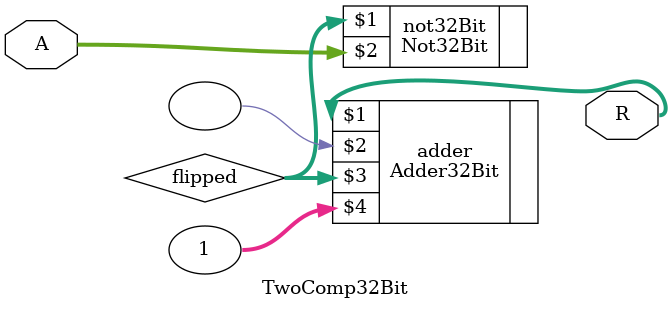
<source format=v>
`include "Adder32Bit.v"
`include "not32Bit.v"

module TwoComp32Bit(
    output [31:0] R,
    input [31:0] A
);
    wire [31:0] flipped;

    Not32Bit not32Bit (flipped, A);
    Adder32Bit adder (R, , flipped, 32'b1);
endmodule
</source>
